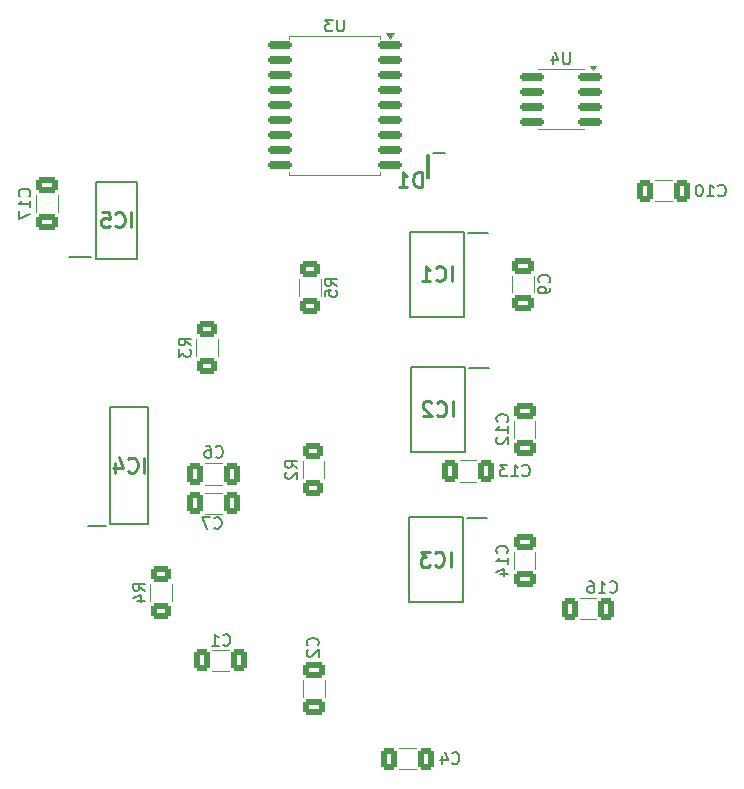
<source format=gbr>
%TF.GenerationSoftware,KiCad,Pcbnew,8.0.1-rc1*%
%TF.CreationDate,2024-11-21T18:28:05-08:00*%
%TF.ProjectId,AMS - CANBus Sensor - Temperature - RTD,414d5320-2d20-4434-914e-427573205365,rev?*%
%TF.SameCoordinates,Original*%
%TF.FileFunction,Legend,Bot*%
%TF.FilePolarity,Positive*%
%FSLAX46Y46*%
G04 Gerber Fmt 4.6, Leading zero omitted, Abs format (unit mm)*
G04 Created by KiCad (PCBNEW 8.0.1-rc1) date 2024-11-21 18:28:05*
%MOMM*%
%LPD*%
G01*
G04 APERTURE LIST*
G04 Aperture macros list*
%AMRoundRect*
0 Rectangle with rounded corners*
0 $1 Rounding radius*
0 $2 $3 $4 $5 $6 $7 $8 $9 X,Y pos of 4 corners*
0 Add a 4 corners polygon primitive as box body*
4,1,4,$2,$3,$4,$5,$6,$7,$8,$9,$2,$3,0*
0 Add four circle primitives for the rounded corners*
1,1,$1+$1,$2,$3*
1,1,$1+$1,$4,$5*
1,1,$1+$1,$6,$7*
1,1,$1+$1,$8,$9*
0 Add four rect primitives between the rounded corners*
20,1,$1+$1,$2,$3,$4,$5,0*
20,1,$1+$1,$4,$5,$6,$7,0*
20,1,$1+$1,$6,$7,$8,$9,0*
20,1,$1+$1,$8,$9,$2,$3,0*%
G04 Aperture macros list end*
%ADD10C,0.150000*%
%ADD11C,0.254000*%
%ADD12C,0.120000*%
%ADD13C,0.200000*%
%ADD14RoundRect,0.250000X-0.412500X-0.650000X0.412500X-0.650000X0.412500X0.650000X-0.412500X0.650000X0*%
%ADD15C,2.400000*%
%ADD16R,1.500000X1.500000*%
%ADD17C,1.500000*%
%ADD18R,1.920000X1.920000*%
%ADD19C,1.920000*%
%ADD20R,1.850000X0.900000*%
%ADD21R,1.850000X3.200000*%
%ADD22R,1.525000X0.650000*%
%ADD23R,1.000000X0.550000*%
%ADD24C,1.600000*%
%ADD25O,1.600000X1.600000*%
%ADD26R,2.200000X2.200000*%
%ADD27C,2.200000*%
%ADD28R,1.700000X1.700000*%
%ADD29O,1.700000X1.700000*%
%ADD30R,1.600000X1.600000*%
%ADD31RoundRect,0.250000X0.650000X-0.412500X0.650000X0.412500X-0.650000X0.412500X-0.650000X-0.412500X0*%
%ADD32RoundRect,0.250000X-0.650000X0.412500X-0.650000X-0.412500X0.650000X-0.412500X0.650000X0.412500X0*%
%ADD33RoundRect,0.150000X0.825000X0.150000X-0.825000X0.150000X-0.825000X-0.150000X0.825000X-0.150000X0*%
%ADD34R,1.705000X0.450000*%
%ADD35RoundRect,0.250000X-0.625000X0.400000X-0.625000X-0.400000X0.625000X-0.400000X0.625000X0.400000X0*%
%ADD36RoundRect,0.250000X0.412500X0.650000X-0.412500X0.650000X-0.412500X-0.650000X0.412500X-0.650000X0*%
%ADD37RoundRect,0.150000X0.875000X0.150000X-0.875000X0.150000X-0.875000X-0.150000X0.875000X-0.150000X0*%
%ADD38RoundRect,0.250000X0.625000X-0.400000X0.625000X0.400000X-0.625000X0.400000X-0.625000X-0.400000X0*%
G04 APERTURE END LIST*
D10*
X179282758Y-77824746D02*
X179330377Y-77872366D01*
X179330377Y-77872366D02*
X179473234Y-77919985D01*
X179473234Y-77919985D02*
X179568472Y-77919985D01*
X179568472Y-77919985D02*
X179711329Y-77872366D01*
X179711329Y-77872366D02*
X179806567Y-77777127D01*
X179806567Y-77777127D02*
X179854186Y-77681889D01*
X179854186Y-77681889D02*
X179901805Y-77491413D01*
X179901805Y-77491413D02*
X179901805Y-77348556D01*
X179901805Y-77348556D02*
X179854186Y-77158080D01*
X179854186Y-77158080D02*
X179806567Y-77062842D01*
X179806567Y-77062842D02*
X179711329Y-76967604D01*
X179711329Y-76967604D02*
X179568472Y-76919985D01*
X179568472Y-76919985D02*
X179473234Y-76919985D01*
X179473234Y-76919985D02*
X179330377Y-76967604D01*
X179330377Y-76967604D02*
X179282758Y-77015223D01*
X178330377Y-77919985D02*
X178901805Y-77919985D01*
X178616091Y-77919985D02*
X178616091Y-76919985D01*
X178616091Y-76919985D02*
X178711329Y-77062842D01*
X178711329Y-77062842D02*
X178806567Y-77158080D01*
X178806567Y-77158080D02*
X178901805Y-77205699D01*
X177711329Y-76919985D02*
X177616091Y-76919985D01*
X177616091Y-76919985D02*
X177520853Y-76967604D01*
X177520853Y-76967604D02*
X177473234Y-77015223D01*
X177473234Y-77015223D02*
X177425615Y-77110461D01*
X177425615Y-77110461D02*
X177377996Y-77300937D01*
X177377996Y-77300937D02*
X177377996Y-77539032D01*
X177377996Y-77539032D02*
X177425615Y-77729508D01*
X177425615Y-77729508D02*
X177473234Y-77824746D01*
X177473234Y-77824746D02*
X177520853Y-77872366D01*
X177520853Y-77872366D02*
X177616091Y-77919985D01*
X177616091Y-77919985D02*
X177711329Y-77919985D01*
X177711329Y-77919985D02*
X177806567Y-77872366D01*
X177806567Y-77872366D02*
X177854186Y-77824746D01*
X177854186Y-77824746D02*
X177901805Y-77729508D01*
X177901805Y-77729508D02*
X177949424Y-77539032D01*
X177949424Y-77539032D02*
X177949424Y-77300937D01*
X177949424Y-77300937D02*
X177901805Y-77110461D01*
X177901805Y-77110461D02*
X177854186Y-77015223D01*
X177854186Y-77015223D02*
X177806567Y-76967604D01*
X177806567Y-76967604D02*
X177711329Y-76919985D01*
D11*
X129567062Y-80512818D02*
X129567062Y-79242818D01*
X128236585Y-80391865D02*
X128297061Y-80452342D01*
X128297061Y-80452342D02*
X128478490Y-80512818D01*
X128478490Y-80512818D02*
X128599442Y-80512818D01*
X128599442Y-80512818D02*
X128780871Y-80452342D01*
X128780871Y-80452342D02*
X128901823Y-80331389D01*
X128901823Y-80331389D02*
X128962300Y-80210437D01*
X128962300Y-80210437D02*
X129022776Y-79968532D01*
X129022776Y-79968532D02*
X129022776Y-79787103D01*
X129022776Y-79787103D02*
X128962300Y-79545199D01*
X128962300Y-79545199D02*
X128901823Y-79424246D01*
X128901823Y-79424246D02*
X128780871Y-79303294D01*
X128780871Y-79303294D02*
X128599442Y-79242818D01*
X128599442Y-79242818D02*
X128478490Y-79242818D01*
X128478490Y-79242818D02*
X128297061Y-79303294D01*
X128297061Y-79303294D02*
X128236585Y-79363770D01*
X127087538Y-79242818D02*
X127692300Y-79242818D01*
X127692300Y-79242818D02*
X127752776Y-79847580D01*
X127752776Y-79847580D02*
X127692300Y-79787103D01*
X127692300Y-79787103D02*
X127571347Y-79726627D01*
X127571347Y-79726627D02*
X127268966Y-79726627D01*
X127268966Y-79726627D02*
X127148014Y-79787103D01*
X127148014Y-79787103D02*
X127087538Y-79847580D01*
X127087538Y-79847580D02*
X127027061Y-79968532D01*
X127027061Y-79968532D02*
X127027061Y-80270913D01*
X127027061Y-80270913D02*
X127087538Y-80391865D01*
X127087538Y-80391865D02*
X127148014Y-80452342D01*
X127148014Y-80452342D02*
X127268966Y-80512818D01*
X127268966Y-80512818D02*
X127571347Y-80512818D01*
X127571347Y-80512818D02*
X127692300Y-80452342D01*
X127692300Y-80452342D02*
X127752776Y-80391865D01*
X130653762Y-101292918D02*
X130653762Y-100022918D01*
X129323285Y-101171965D02*
X129383761Y-101232442D01*
X129383761Y-101232442D02*
X129565190Y-101292918D01*
X129565190Y-101292918D02*
X129686142Y-101292918D01*
X129686142Y-101292918D02*
X129867571Y-101232442D01*
X129867571Y-101232442D02*
X129988523Y-101111489D01*
X129988523Y-101111489D02*
X130049000Y-100990537D01*
X130049000Y-100990537D02*
X130109476Y-100748632D01*
X130109476Y-100748632D02*
X130109476Y-100567203D01*
X130109476Y-100567203D02*
X130049000Y-100325299D01*
X130049000Y-100325299D02*
X129988523Y-100204346D01*
X129988523Y-100204346D02*
X129867571Y-100083394D01*
X129867571Y-100083394D02*
X129686142Y-100022918D01*
X129686142Y-100022918D02*
X129565190Y-100022918D01*
X129565190Y-100022918D02*
X129383761Y-100083394D01*
X129383761Y-100083394D02*
X129323285Y-100143870D01*
X128234714Y-100446251D02*
X128234714Y-101292918D01*
X128537095Y-99962442D02*
X128839476Y-100869584D01*
X128839476Y-100869584D02*
X128053285Y-100869584D01*
X154155818Y-77130715D02*
X154155818Y-75860715D01*
X154155818Y-75860715D02*
X153853437Y-75860715D01*
X153853437Y-75860715D02*
X153672008Y-75921191D01*
X153672008Y-75921191D02*
X153551056Y-76042143D01*
X153551056Y-76042143D02*
X153490579Y-76163096D01*
X153490579Y-76163096D02*
X153430103Y-76405000D01*
X153430103Y-76405000D02*
X153430103Y-76586429D01*
X153430103Y-76586429D02*
X153490579Y-76828334D01*
X153490579Y-76828334D02*
X153551056Y-76949286D01*
X153551056Y-76949286D02*
X153672008Y-77070239D01*
X153672008Y-77070239D02*
X153853437Y-77130715D01*
X153853437Y-77130715D02*
X154155818Y-77130715D01*
X152220579Y-77130715D02*
X152946294Y-77130715D01*
X152583437Y-77130715D02*
X152583437Y-75860715D01*
X152583437Y-75860715D02*
X152704389Y-76042143D01*
X152704389Y-76042143D02*
X152825341Y-76163096D01*
X152825341Y-76163096D02*
X152946294Y-76223572D01*
D10*
X120942020Y-77892509D02*
X120989640Y-77844890D01*
X120989640Y-77844890D02*
X121037259Y-77702033D01*
X121037259Y-77702033D02*
X121037259Y-77606795D01*
X121037259Y-77606795D02*
X120989640Y-77463938D01*
X120989640Y-77463938D02*
X120894401Y-77368700D01*
X120894401Y-77368700D02*
X120799163Y-77321081D01*
X120799163Y-77321081D02*
X120608687Y-77273462D01*
X120608687Y-77273462D02*
X120465830Y-77273462D01*
X120465830Y-77273462D02*
X120275354Y-77321081D01*
X120275354Y-77321081D02*
X120180116Y-77368700D01*
X120180116Y-77368700D02*
X120084878Y-77463938D01*
X120084878Y-77463938D02*
X120037259Y-77606795D01*
X120037259Y-77606795D02*
X120037259Y-77702033D01*
X120037259Y-77702033D02*
X120084878Y-77844890D01*
X120084878Y-77844890D02*
X120132497Y-77892509D01*
X121037259Y-78844890D02*
X121037259Y-78273462D01*
X121037259Y-78559176D02*
X120037259Y-78559176D01*
X120037259Y-78559176D02*
X120180116Y-78463938D01*
X120180116Y-78463938D02*
X120275354Y-78368700D01*
X120275354Y-78368700D02*
X120322973Y-78273462D01*
X120037259Y-79178224D02*
X120037259Y-79844890D01*
X120037259Y-79844890D02*
X121037259Y-79416319D01*
X145344963Y-115928379D02*
X145392583Y-115880760D01*
X145392583Y-115880760D02*
X145440202Y-115737903D01*
X145440202Y-115737903D02*
X145440202Y-115642665D01*
X145440202Y-115642665D02*
X145392583Y-115499808D01*
X145392583Y-115499808D02*
X145297344Y-115404570D01*
X145297344Y-115404570D02*
X145202106Y-115356951D01*
X145202106Y-115356951D02*
X145011630Y-115309332D01*
X145011630Y-115309332D02*
X144868773Y-115309332D01*
X144868773Y-115309332D02*
X144678297Y-115356951D01*
X144678297Y-115356951D02*
X144583059Y-115404570D01*
X144583059Y-115404570D02*
X144487821Y-115499808D01*
X144487821Y-115499808D02*
X144440202Y-115642665D01*
X144440202Y-115642665D02*
X144440202Y-115737903D01*
X144440202Y-115737903D02*
X144487821Y-115880760D01*
X144487821Y-115880760D02*
X144535440Y-115928379D01*
X144535440Y-116309332D02*
X144487821Y-116356951D01*
X144487821Y-116356951D02*
X144440202Y-116452189D01*
X144440202Y-116452189D02*
X144440202Y-116690284D01*
X144440202Y-116690284D02*
X144487821Y-116785522D01*
X144487821Y-116785522D02*
X144535440Y-116833141D01*
X144535440Y-116833141D02*
X144630678Y-116880760D01*
X144630678Y-116880760D02*
X144725916Y-116880760D01*
X144725916Y-116880760D02*
X144868773Y-116833141D01*
X144868773Y-116833141D02*
X145440202Y-116261713D01*
X145440202Y-116261713D02*
X145440202Y-116880760D01*
X166716704Y-65728819D02*
X166716704Y-66538342D01*
X166716704Y-66538342D02*
X166669085Y-66633580D01*
X166669085Y-66633580D02*
X166621466Y-66681200D01*
X166621466Y-66681200D02*
X166526228Y-66728819D01*
X166526228Y-66728819D02*
X166335752Y-66728819D01*
X166335752Y-66728819D02*
X166240514Y-66681200D01*
X166240514Y-66681200D02*
X166192895Y-66633580D01*
X166192895Y-66633580D02*
X166145276Y-66538342D01*
X166145276Y-66538342D02*
X166145276Y-65728819D01*
X165240514Y-66062152D02*
X165240514Y-66728819D01*
X165478609Y-65681200D02*
X165716704Y-66395485D01*
X165716704Y-66395485D02*
X165097657Y-66395485D01*
D11*
X156794562Y-96541018D02*
X156794562Y-95271018D01*
X155464085Y-96420065D02*
X155524561Y-96480542D01*
X155524561Y-96480542D02*
X155705990Y-96541018D01*
X155705990Y-96541018D02*
X155826942Y-96541018D01*
X155826942Y-96541018D02*
X156008371Y-96480542D01*
X156008371Y-96480542D02*
X156129323Y-96359589D01*
X156129323Y-96359589D02*
X156189800Y-96238637D01*
X156189800Y-96238637D02*
X156250276Y-95996732D01*
X156250276Y-95996732D02*
X156250276Y-95815303D01*
X156250276Y-95815303D02*
X156189800Y-95573399D01*
X156189800Y-95573399D02*
X156129323Y-95452446D01*
X156129323Y-95452446D02*
X156008371Y-95331494D01*
X156008371Y-95331494D02*
X155826942Y-95271018D01*
X155826942Y-95271018D02*
X155705990Y-95271018D01*
X155705990Y-95271018D02*
X155524561Y-95331494D01*
X155524561Y-95331494D02*
X155464085Y-95391970D01*
X154980276Y-95391970D02*
X154919800Y-95331494D01*
X154919800Y-95331494D02*
X154798847Y-95271018D01*
X154798847Y-95271018D02*
X154496466Y-95271018D01*
X154496466Y-95271018D02*
X154375514Y-95331494D01*
X154375514Y-95331494D02*
X154315038Y-95391970D01*
X154315038Y-95391970D02*
X154254561Y-95512922D01*
X154254561Y-95512922D02*
X154254561Y-95633875D01*
X154254561Y-95633875D02*
X154315038Y-95815303D01*
X154315038Y-95815303D02*
X155040752Y-96541018D01*
X155040752Y-96541018D02*
X154254561Y-96541018D01*
D10*
X130731219Y-111295633D02*
X130255028Y-110962300D01*
X130731219Y-110724205D02*
X129731219Y-110724205D01*
X129731219Y-110724205D02*
X129731219Y-111105157D01*
X129731219Y-111105157D02*
X129778838Y-111200395D01*
X129778838Y-111200395D02*
X129826457Y-111248014D01*
X129826457Y-111248014D02*
X129921695Y-111295633D01*
X129921695Y-111295633D02*
X130064552Y-111295633D01*
X130064552Y-111295633D02*
X130159790Y-111248014D01*
X130159790Y-111248014D02*
X130207409Y-111200395D01*
X130207409Y-111200395D02*
X130255028Y-111105157D01*
X130255028Y-111105157D02*
X130255028Y-110724205D01*
X130064552Y-112152776D02*
X130731219Y-112152776D01*
X129683600Y-111914681D02*
X130397885Y-111676586D01*
X130397885Y-111676586D02*
X130397885Y-112295633D01*
X164939380Y-85168033D02*
X164987000Y-85120414D01*
X164987000Y-85120414D02*
X165034619Y-84977557D01*
X165034619Y-84977557D02*
X165034619Y-84882319D01*
X165034619Y-84882319D02*
X164987000Y-84739462D01*
X164987000Y-84739462D02*
X164891761Y-84644224D01*
X164891761Y-84644224D02*
X164796523Y-84596605D01*
X164796523Y-84596605D02*
X164606047Y-84548986D01*
X164606047Y-84548986D02*
X164463190Y-84548986D01*
X164463190Y-84548986D02*
X164272714Y-84596605D01*
X164272714Y-84596605D02*
X164177476Y-84644224D01*
X164177476Y-84644224D02*
X164082238Y-84739462D01*
X164082238Y-84739462D02*
X164034619Y-84882319D01*
X164034619Y-84882319D02*
X164034619Y-84977557D01*
X164034619Y-84977557D02*
X164082238Y-85120414D01*
X164082238Y-85120414D02*
X164129857Y-85168033D01*
X165034619Y-85644224D02*
X165034619Y-85834700D01*
X165034619Y-85834700D02*
X164987000Y-85929938D01*
X164987000Y-85929938D02*
X164939380Y-85977557D01*
X164939380Y-85977557D02*
X164796523Y-86072795D01*
X164796523Y-86072795D02*
X164606047Y-86120414D01*
X164606047Y-86120414D02*
X164225095Y-86120414D01*
X164225095Y-86120414D02*
X164129857Y-86072795D01*
X164129857Y-86072795D02*
X164082238Y-86025176D01*
X164082238Y-86025176D02*
X164034619Y-85929938D01*
X164034619Y-85929938D02*
X164034619Y-85739462D01*
X164034619Y-85739462D02*
X164082238Y-85644224D01*
X164082238Y-85644224D02*
X164129857Y-85596605D01*
X164129857Y-85596605D02*
X164225095Y-85548986D01*
X164225095Y-85548986D02*
X164463190Y-85548986D01*
X164463190Y-85548986D02*
X164558428Y-85596605D01*
X164558428Y-85596605D02*
X164606047Y-85644224D01*
X164606047Y-85644224D02*
X164653666Y-85739462D01*
X164653666Y-85739462D02*
X164653666Y-85929938D01*
X164653666Y-85929938D02*
X164606047Y-86025176D01*
X164606047Y-86025176D02*
X164558428Y-86072795D01*
X164558428Y-86072795D02*
X164463190Y-86120414D01*
X156742420Y-125889579D02*
X156790039Y-125937199D01*
X156790039Y-125937199D02*
X156932896Y-125984818D01*
X156932896Y-125984818D02*
X157028134Y-125984818D01*
X157028134Y-125984818D02*
X157170991Y-125937199D01*
X157170991Y-125937199D02*
X157266229Y-125841960D01*
X157266229Y-125841960D02*
X157313848Y-125746722D01*
X157313848Y-125746722D02*
X157361467Y-125556246D01*
X157361467Y-125556246D02*
X157361467Y-125413389D01*
X157361467Y-125413389D02*
X157313848Y-125222913D01*
X157313848Y-125222913D02*
X157266229Y-125127675D01*
X157266229Y-125127675D02*
X157170991Y-125032437D01*
X157170991Y-125032437D02*
X157028134Y-124984818D01*
X157028134Y-124984818D02*
X156932896Y-124984818D01*
X156932896Y-124984818D02*
X156790039Y-125032437D01*
X156790039Y-125032437D02*
X156742420Y-125080056D01*
X155885277Y-125318151D02*
X155885277Y-125984818D01*
X156123372Y-124937199D02*
X156361467Y-125651484D01*
X156361467Y-125651484D02*
X155742420Y-125651484D01*
X147567004Y-62941819D02*
X147567004Y-63751342D01*
X147567004Y-63751342D02*
X147519385Y-63846580D01*
X147519385Y-63846580D02*
X147471766Y-63894200D01*
X147471766Y-63894200D02*
X147376528Y-63941819D01*
X147376528Y-63941819D02*
X147186052Y-63941819D01*
X147186052Y-63941819D02*
X147090814Y-63894200D01*
X147090814Y-63894200D02*
X147043195Y-63846580D01*
X147043195Y-63846580D02*
X146995576Y-63751342D01*
X146995576Y-63751342D02*
X146995576Y-62941819D01*
X146614623Y-62941819D02*
X145995576Y-62941819D01*
X145995576Y-62941819D02*
X146328909Y-63322771D01*
X146328909Y-63322771D02*
X146186052Y-63322771D01*
X146186052Y-63322771D02*
X146090814Y-63370390D01*
X146090814Y-63370390D02*
X146043195Y-63418009D01*
X146043195Y-63418009D02*
X145995576Y-63513247D01*
X145995576Y-63513247D02*
X145995576Y-63751342D01*
X145995576Y-63751342D02*
X146043195Y-63846580D01*
X146043195Y-63846580D02*
X146090814Y-63894200D01*
X146090814Y-63894200D02*
X146186052Y-63941819D01*
X146186052Y-63941819D02*
X146471766Y-63941819D01*
X146471766Y-63941819D02*
X146567004Y-63894200D01*
X146567004Y-63894200D02*
X146614623Y-63846580D01*
X146977819Y-85480133D02*
X146501628Y-85146800D01*
X146977819Y-84908705D02*
X145977819Y-84908705D01*
X145977819Y-84908705D02*
X145977819Y-85289657D01*
X145977819Y-85289657D02*
X146025438Y-85384895D01*
X146025438Y-85384895D02*
X146073057Y-85432514D01*
X146073057Y-85432514D02*
X146168295Y-85480133D01*
X146168295Y-85480133D02*
X146311152Y-85480133D01*
X146311152Y-85480133D02*
X146406390Y-85432514D01*
X146406390Y-85432514D02*
X146454009Y-85384895D01*
X146454009Y-85384895D02*
X146501628Y-85289657D01*
X146501628Y-85289657D02*
X146501628Y-84908705D01*
X145977819Y-86384895D02*
X145977819Y-85908705D01*
X145977819Y-85908705D02*
X146454009Y-85861086D01*
X146454009Y-85861086D02*
X146406390Y-85908705D01*
X146406390Y-85908705D02*
X146358771Y-86003943D01*
X146358771Y-86003943D02*
X146358771Y-86242038D01*
X146358771Y-86242038D02*
X146406390Y-86337276D01*
X146406390Y-86337276D02*
X146454009Y-86384895D01*
X146454009Y-86384895D02*
X146549247Y-86432514D01*
X146549247Y-86432514D02*
X146787342Y-86432514D01*
X146787342Y-86432514D02*
X146882580Y-86384895D01*
X146882580Y-86384895D02*
X146930200Y-86337276D01*
X146930200Y-86337276D02*
X146977819Y-86242038D01*
X146977819Y-86242038D02*
X146977819Y-86003943D01*
X146977819Y-86003943D02*
X146930200Y-85908705D01*
X146930200Y-85908705D02*
X146882580Y-85861086D01*
X134607819Y-90532033D02*
X134131628Y-90198700D01*
X134607819Y-89960605D02*
X133607819Y-89960605D01*
X133607819Y-89960605D02*
X133607819Y-90341557D01*
X133607819Y-90341557D02*
X133655438Y-90436795D01*
X133655438Y-90436795D02*
X133703057Y-90484414D01*
X133703057Y-90484414D02*
X133798295Y-90532033D01*
X133798295Y-90532033D02*
X133941152Y-90532033D01*
X133941152Y-90532033D02*
X134036390Y-90484414D01*
X134036390Y-90484414D02*
X134084009Y-90436795D01*
X134084009Y-90436795D02*
X134131628Y-90341557D01*
X134131628Y-90341557D02*
X134131628Y-89960605D01*
X133607819Y-90865367D02*
X133607819Y-91484414D01*
X133607819Y-91484414D02*
X133988771Y-91151081D01*
X133988771Y-91151081D02*
X133988771Y-91293938D01*
X133988771Y-91293938D02*
X134036390Y-91389176D01*
X134036390Y-91389176D02*
X134084009Y-91436795D01*
X134084009Y-91436795D02*
X134179247Y-91484414D01*
X134179247Y-91484414D02*
X134417342Y-91484414D01*
X134417342Y-91484414D02*
X134512580Y-91436795D01*
X134512580Y-91436795D02*
X134560200Y-91389176D01*
X134560200Y-91389176D02*
X134607819Y-91293938D01*
X134607819Y-91293938D02*
X134607819Y-91008224D01*
X134607819Y-91008224D02*
X134560200Y-90912986D01*
X134560200Y-90912986D02*
X134512580Y-90865367D01*
D11*
X156603762Y-109250118D02*
X156603762Y-107980118D01*
X155273285Y-109129165D02*
X155333761Y-109189642D01*
X155333761Y-109189642D02*
X155515190Y-109250118D01*
X155515190Y-109250118D02*
X155636142Y-109250118D01*
X155636142Y-109250118D02*
X155817571Y-109189642D01*
X155817571Y-109189642D02*
X155938523Y-109068689D01*
X155938523Y-109068689D02*
X155999000Y-108947737D01*
X155999000Y-108947737D02*
X156059476Y-108705832D01*
X156059476Y-108705832D02*
X156059476Y-108524403D01*
X156059476Y-108524403D02*
X155999000Y-108282499D01*
X155999000Y-108282499D02*
X155938523Y-108161546D01*
X155938523Y-108161546D02*
X155817571Y-108040594D01*
X155817571Y-108040594D02*
X155636142Y-107980118D01*
X155636142Y-107980118D02*
X155515190Y-107980118D01*
X155515190Y-107980118D02*
X155333761Y-108040594D01*
X155333761Y-108040594D02*
X155273285Y-108101070D01*
X154849952Y-107980118D02*
X154063761Y-107980118D01*
X154063761Y-107980118D02*
X154487095Y-108463927D01*
X154487095Y-108463927D02*
X154305666Y-108463927D01*
X154305666Y-108463927D02*
X154184714Y-108524403D01*
X154184714Y-108524403D02*
X154124238Y-108584880D01*
X154124238Y-108584880D02*
X154063761Y-108705832D01*
X154063761Y-108705832D02*
X154063761Y-109008213D01*
X154063761Y-109008213D02*
X154124238Y-109129165D01*
X154124238Y-109129165D02*
X154184714Y-109189642D01*
X154184714Y-109189642D02*
X154305666Y-109250118D01*
X154305666Y-109250118D02*
X154668523Y-109250118D01*
X154668523Y-109250118D02*
X154789476Y-109189642D01*
X154789476Y-109189642D02*
X154849952Y-109129165D01*
D10*
X137354254Y-115871040D02*
X137401873Y-115918660D01*
X137401873Y-115918660D02*
X137544730Y-115966279D01*
X137544730Y-115966279D02*
X137639968Y-115966279D01*
X137639968Y-115966279D02*
X137782825Y-115918660D01*
X137782825Y-115918660D02*
X137878063Y-115823421D01*
X137878063Y-115823421D02*
X137925682Y-115728183D01*
X137925682Y-115728183D02*
X137973301Y-115537707D01*
X137973301Y-115537707D02*
X137973301Y-115394850D01*
X137973301Y-115394850D02*
X137925682Y-115204374D01*
X137925682Y-115204374D02*
X137878063Y-115109136D01*
X137878063Y-115109136D02*
X137782825Y-115013898D01*
X137782825Y-115013898D02*
X137639968Y-114966279D01*
X137639968Y-114966279D02*
X137544730Y-114966279D01*
X137544730Y-114966279D02*
X137401873Y-115013898D01*
X137401873Y-115013898D02*
X137354254Y-115061517D01*
X136401873Y-115966279D02*
X136973301Y-115966279D01*
X136687587Y-115966279D02*
X136687587Y-114966279D01*
X136687587Y-114966279D02*
X136782825Y-115109136D01*
X136782825Y-115109136D02*
X136878063Y-115204374D01*
X136878063Y-115204374D02*
X136973301Y-115251993D01*
X143630419Y-100892333D02*
X143154228Y-100559000D01*
X143630419Y-100320905D02*
X142630419Y-100320905D01*
X142630419Y-100320905D02*
X142630419Y-100701857D01*
X142630419Y-100701857D02*
X142678038Y-100797095D01*
X142678038Y-100797095D02*
X142725657Y-100844714D01*
X142725657Y-100844714D02*
X142820895Y-100892333D01*
X142820895Y-100892333D02*
X142963752Y-100892333D01*
X142963752Y-100892333D02*
X143058990Y-100844714D01*
X143058990Y-100844714D02*
X143106609Y-100797095D01*
X143106609Y-100797095D02*
X143154228Y-100701857D01*
X143154228Y-100701857D02*
X143154228Y-100320905D01*
X142725657Y-101273286D02*
X142678038Y-101320905D01*
X142678038Y-101320905D02*
X142630419Y-101416143D01*
X142630419Y-101416143D02*
X142630419Y-101654238D01*
X142630419Y-101654238D02*
X142678038Y-101749476D01*
X142678038Y-101749476D02*
X142725657Y-101797095D01*
X142725657Y-101797095D02*
X142820895Y-101844714D01*
X142820895Y-101844714D02*
X142916133Y-101844714D01*
X142916133Y-101844714D02*
X143058990Y-101797095D01*
X143058990Y-101797095D02*
X143630419Y-101225667D01*
X143630419Y-101225667D02*
X143630419Y-101844714D01*
D11*
X156702762Y-85090518D02*
X156702762Y-83820518D01*
X155372285Y-84969565D02*
X155432761Y-85030042D01*
X155432761Y-85030042D02*
X155614190Y-85090518D01*
X155614190Y-85090518D02*
X155735142Y-85090518D01*
X155735142Y-85090518D02*
X155916571Y-85030042D01*
X155916571Y-85030042D02*
X156037523Y-84909089D01*
X156037523Y-84909089D02*
X156098000Y-84788137D01*
X156098000Y-84788137D02*
X156158476Y-84546232D01*
X156158476Y-84546232D02*
X156158476Y-84364803D01*
X156158476Y-84364803D02*
X156098000Y-84122899D01*
X156098000Y-84122899D02*
X156037523Y-84001946D01*
X156037523Y-84001946D02*
X155916571Y-83880994D01*
X155916571Y-83880994D02*
X155735142Y-83820518D01*
X155735142Y-83820518D02*
X155614190Y-83820518D01*
X155614190Y-83820518D02*
X155432761Y-83880994D01*
X155432761Y-83880994D02*
X155372285Y-83941470D01*
X154162761Y-85090518D02*
X154888476Y-85090518D01*
X154525619Y-85090518D02*
X154525619Y-83820518D01*
X154525619Y-83820518D02*
X154646571Y-84001946D01*
X154646571Y-84001946D02*
X154767523Y-84122899D01*
X154767523Y-84122899D02*
X154888476Y-84183375D01*
D10*
X161399280Y-96985742D02*
X161446900Y-96938123D01*
X161446900Y-96938123D02*
X161494519Y-96795266D01*
X161494519Y-96795266D02*
X161494519Y-96700028D01*
X161494519Y-96700028D02*
X161446900Y-96557171D01*
X161446900Y-96557171D02*
X161351661Y-96461933D01*
X161351661Y-96461933D02*
X161256423Y-96414314D01*
X161256423Y-96414314D02*
X161065947Y-96366695D01*
X161065947Y-96366695D02*
X160923090Y-96366695D01*
X160923090Y-96366695D02*
X160732614Y-96414314D01*
X160732614Y-96414314D02*
X160637376Y-96461933D01*
X160637376Y-96461933D02*
X160542138Y-96557171D01*
X160542138Y-96557171D02*
X160494519Y-96700028D01*
X160494519Y-96700028D02*
X160494519Y-96795266D01*
X160494519Y-96795266D02*
X160542138Y-96938123D01*
X160542138Y-96938123D02*
X160589757Y-96985742D01*
X161494519Y-97938123D02*
X161494519Y-97366695D01*
X161494519Y-97652409D02*
X160494519Y-97652409D01*
X160494519Y-97652409D02*
X160637376Y-97557171D01*
X160637376Y-97557171D02*
X160732614Y-97461933D01*
X160732614Y-97461933D02*
X160780233Y-97366695D01*
X160589757Y-98319076D02*
X160542138Y-98366695D01*
X160542138Y-98366695D02*
X160494519Y-98461933D01*
X160494519Y-98461933D02*
X160494519Y-98700028D01*
X160494519Y-98700028D02*
X160542138Y-98795266D01*
X160542138Y-98795266D02*
X160589757Y-98842885D01*
X160589757Y-98842885D02*
X160684995Y-98890504D01*
X160684995Y-98890504D02*
X160780233Y-98890504D01*
X160780233Y-98890504D02*
X160923090Y-98842885D01*
X160923090Y-98842885D02*
X161494519Y-98271457D01*
X161494519Y-98271457D02*
X161494519Y-98890504D01*
X136596138Y-105960347D02*
X136643757Y-106007967D01*
X136643757Y-106007967D02*
X136786614Y-106055586D01*
X136786614Y-106055586D02*
X136881852Y-106055586D01*
X136881852Y-106055586D02*
X137024709Y-106007967D01*
X137024709Y-106007967D02*
X137119947Y-105912728D01*
X137119947Y-105912728D02*
X137167566Y-105817490D01*
X137167566Y-105817490D02*
X137215185Y-105627014D01*
X137215185Y-105627014D02*
X137215185Y-105484157D01*
X137215185Y-105484157D02*
X137167566Y-105293681D01*
X137167566Y-105293681D02*
X137119947Y-105198443D01*
X137119947Y-105198443D02*
X137024709Y-105103205D01*
X137024709Y-105103205D02*
X136881852Y-105055586D01*
X136881852Y-105055586D02*
X136786614Y-105055586D01*
X136786614Y-105055586D02*
X136643757Y-105103205D01*
X136643757Y-105103205D02*
X136596138Y-105150824D01*
X136262804Y-105055586D02*
X135596138Y-105055586D01*
X135596138Y-105055586D02*
X136024709Y-106055586D01*
X162689934Y-101530987D02*
X162737553Y-101578607D01*
X162737553Y-101578607D02*
X162880410Y-101626226D01*
X162880410Y-101626226D02*
X162975648Y-101626226D01*
X162975648Y-101626226D02*
X163118505Y-101578607D01*
X163118505Y-101578607D02*
X163213743Y-101483368D01*
X163213743Y-101483368D02*
X163261362Y-101388130D01*
X163261362Y-101388130D02*
X163308981Y-101197654D01*
X163308981Y-101197654D02*
X163308981Y-101054797D01*
X163308981Y-101054797D02*
X163261362Y-100864321D01*
X163261362Y-100864321D02*
X163213743Y-100769083D01*
X163213743Y-100769083D02*
X163118505Y-100673845D01*
X163118505Y-100673845D02*
X162975648Y-100626226D01*
X162975648Y-100626226D02*
X162880410Y-100626226D01*
X162880410Y-100626226D02*
X162737553Y-100673845D01*
X162737553Y-100673845D02*
X162689934Y-100721464D01*
X161737553Y-101626226D02*
X162308981Y-101626226D01*
X162023267Y-101626226D02*
X162023267Y-100626226D01*
X162023267Y-100626226D02*
X162118505Y-100769083D01*
X162118505Y-100769083D02*
X162213743Y-100864321D01*
X162213743Y-100864321D02*
X162308981Y-100911940D01*
X161404219Y-100626226D02*
X160785172Y-100626226D01*
X160785172Y-100626226D02*
X161118505Y-101007178D01*
X161118505Y-101007178D02*
X160975648Y-101007178D01*
X160975648Y-101007178D02*
X160880410Y-101054797D01*
X160880410Y-101054797D02*
X160832791Y-101102416D01*
X160832791Y-101102416D02*
X160785172Y-101197654D01*
X160785172Y-101197654D02*
X160785172Y-101435749D01*
X160785172Y-101435749D02*
X160832791Y-101530987D01*
X160832791Y-101530987D02*
X160880410Y-101578607D01*
X160880410Y-101578607D02*
X160975648Y-101626226D01*
X160975648Y-101626226D02*
X161261362Y-101626226D01*
X161261362Y-101626226D02*
X161356600Y-101578607D01*
X161356600Y-101578607D02*
X161404219Y-101530987D01*
X136726566Y-99941180D02*
X136774185Y-99988800D01*
X136774185Y-99988800D02*
X136917042Y-100036419D01*
X136917042Y-100036419D02*
X137012280Y-100036419D01*
X137012280Y-100036419D02*
X137155137Y-99988800D01*
X137155137Y-99988800D02*
X137250375Y-99893561D01*
X137250375Y-99893561D02*
X137297994Y-99798323D01*
X137297994Y-99798323D02*
X137345613Y-99607847D01*
X137345613Y-99607847D02*
X137345613Y-99464990D01*
X137345613Y-99464990D02*
X137297994Y-99274514D01*
X137297994Y-99274514D02*
X137250375Y-99179276D01*
X137250375Y-99179276D02*
X137155137Y-99084038D01*
X137155137Y-99084038D02*
X137012280Y-99036419D01*
X137012280Y-99036419D02*
X136917042Y-99036419D01*
X136917042Y-99036419D02*
X136774185Y-99084038D01*
X136774185Y-99084038D02*
X136726566Y-99131657D01*
X135869423Y-99036419D02*
X136059899Y-99036419D01*
X136059899Y-99036419D02*
X136155137Y-99084038D01*
X136155137Y-99084038D02*
X136202756Y-99131657D01*
X136202756Y-99131657D02*
X136297994Y-99274514D01*
X136297994Y-99274514D02*
X136345613Y-99464990D01*
X136345613Y-99464990D02*
X136345613Y-99845942D01*
X136345613Y-99845942D02*
X136297994Y-99941180D01*
X136297994Y-99941180D02*
X136250375Y-99988800D01*
X136250375Y-99988800D02*
X136155137Y-100036419D01*
X136155137Y-100036419D02*
X135964661Y-100036419D01*
X135964661Y-100036419D02*
X135869423Y-99988800D01*
X135869423Y-99988800D02*
X135821804Y-99941180D01*
X135821804Y-99941180D02*
X135774185Y-99845942D01*
X135774185Y-99845942D02*
X135774185Y-99607847D01*
X135774185Y-99607847D02*
X135821804Y-99512609D01*
X135821804Y-99512609D02*
X135869423Y-99464990D01*
X135869423Y-99464990D02*
X135964661Y-99417371D01*
X135964661Y-99417371D02*
X136155137Y-99417371D01*
X136155137Y-99417371D02*
X136250375Y-99464990D01*
X136250375Y-99464990D02*
X136297994Y-99512609D01*
X136297994Y-99512609D02*
X136345613Y-99607847D01*
X161378680Y-108109542D02*
X161426300Y-108061923D01*
X161426300Y-108061923D02*
X161473919Y-107919066D01*
X161473919Y-107919066D02*
X161473919Y-107823828D01*
X161473919Y-107823828D02*
X161426300Y-107680971D01*
X161426300Y-107680971D02*
X161331061Y-107585733D01*
X161331061Y-107585733D02*
X161235823Y-107538114D01*
X161235823Y-107538114D02*
X161045347Y-107490495D01*
X161045347Y-107490495D02*
X160902490Y-107490495D01*
X160902490Y-107490495D02*
X160712014Y-107538114D01*
X160712014Y-107538114D02*
X160616776Y-107585733D01*
X160616776Y-107585733D02*
X160521538Y-107680971D01*
X160521538Y-107680971D02*
X160473919Y-107823828D01*
X160473919Y-107823828D02*
X160473919Y-107919066D01*
X160473919Y-107919066D02*
X160521538Y-108061923D01*
X160521538Y-108061923D02*
X160569157Y-108109542D01*
X161473919Y-109061923D02*
X161473919Y-108490495D01*
X161473919Y-108776209D02*
X160473919Y-108776209D01*
X160473919Y-108776209D02*
X160616776Y-108680971D01*
X160616776Y-108680971D02*
X160712014Y-108585733D01*
X160712014Y-108585733D02*
X160759633Y-108490495D01*
X160807252Y-109919066D02*
X161473919Y-109919066D01*
X160426300Y-109680971D02*
X161140585Y-109442876D01*
X161140585Y-109442876D02*
X161140585Y-110061923D01*
X170098439Y-111402035D02*
X170146058Y-111449655D01*
X170146058Y-111449655D02*
X170288915Y-111497274D01*
X170288915Y-111497274D02*
X170384153Y-111497274D01*
X170384153Y-111497274D02*
X170527010Y-111449655D01*
X170527010Y-111449655D02*
X170622248Y-111354416D01*
X170622248Y-111354416D02*
X170669867Y-111259178D01*
X170669867Y-111259178D02*
X170717486Y-111068702D01*
X170717486Y-111068702D02*
X170717486Y-110925845D01*
X170717486Y-110925845D02*
X170669867Y-110735369D01*
X170669867Y-110735369D02*
X170622248Y-110640131D01*
X170622248Y-110640131D02*
X170527010Y-110544893D01*
X170527010Y-110544893D02*
X170384153Y-110497274D01*
X170384153Y-110497274D02*
X170288915Y-110497274D01*
X170288915Y-110497274D02*
X170146058Y-110544893D01*
X170146058Y-110544893D02*
X170098439Y-110592512D01*
X169146058Y-111497274D02*
X169717486Y-111497274D01*
X169431772Y-111497274D02*
X169431772Y-110497274D01*
X169431772Y-110497274D02*
X169527010Y-110640131D01*
X169527010Y-110640131D02*
X169622248Y-110735369D01*
X169622248Y-110735369D02*
X169717486Y-110782988D01*
X168288915Y-110497274D02*
X168479391Y-110497274D01*
X168479391Y-110497274D02*
X168574629Y-110544893D01*
X168574629Y-110544893D02*
X168622248Y-110592512D01*
X168622248Y-110592512D02*
X168717486Y-110735369D01*
X168717486Y-110735369D02*
X168765105Y-110925845D01*
X168765105Y-110925845D02*
X168765105Y-111306797D01*
X168765105Y-111306797D02*
X168717486Y-111402035D01*
X168717486Y-111402035D02*
X168669867Y-111449655D01*
X168669867Y-111449655D02*
X168574629Y-111497274D01*
X168574629Y-111497274D02*
X168384153Y-111497274D01*
X168384153Y-111497274D02*
X168288915Y-111449655D01*
X168288915Y-111449655D02*
X168241296Y-111402035D01*
X168241296Y-111402035D02*
X168193677Y-111306797D01*
X168193677Y-111306797D02*
X168193677Y-111068702D01*
X168193677Y-111068702D02*
X168241296Y-110973464D01*
X168241296Y-110973464D02*
X168288915Y-110925845D01*
X168288915Y-110925845D02*
X168384153Y-110878226D01*
X168384153Y-110878226D02*
X168574629Y-110878226D01*
X168574629Y-110878226D02*
X168669867Y-110925845D01*
X168669867Y-110925845D02*
X168717486Y-110973464D01*
X168717486Y-110973464D02*
X168765105Y-111068702D01*
D12*
%TO.C,C10*%
X175368303Y-78335242D02*
X173945799Y-78335242D01*
X175368303Y-76515242D02*
X173945799Y-76515242D01*
D13*
%TO.C,IC5*%
X130077300Y-83188500D02*
X126577300Y-83188500D01*
X130077300Y-76688500D02*
X130077300Y-83188500D01*
X126577300Y-76688500D02*
X130077300Y-76688500D01*
X126577300Y-83188500D02*
X126577300Y-76688500D01*
X126152300Y-83038500D02*
X124302300Y-83038500D01*
%TO.C,IC4*%
X131014000Y-105668600D02*
X127814000Y-105668600D01*
X131014000Y-95768600D02*
X131014000Y-105668600D01*
X127814000Y-95768600D02*
X131014000Y-95768600D01*
X127814000Y-105668600D02*
X127814000Y-95768600D01*
X127464000Y-105838600D02*
X125939000Y-105838600D01*
%TO.C,D1*%
X154605900Y-74394100D02*
X154805900Y-74394100D01*
X154605900Y-76394100D02*
X154605900Y-74394100D01*
X154805900Y-76394100D02*
X154605900Y-76394100D01*
X154805900Y-74394100D02*
X154805900Y-76394100D01*
X155155900Y-74219100D02*
X156155900Y-74219100D01*
D12*
%TO.C,C17*%
X121542500Y-77834348D02*
X121542500Y-79256852D01*
X123362500Y-77834348D02*
X123362500Y-79256852D01*
%TO.C,C2*%
X144136300Y-120311952D02*
X144136300Y-118889448D01*
X145956300Y-120311952D02*
X145956300Y-118889448D01*
%TO.C,U4*%
X164004800Y-67114000D02*
X165954800Y-67114000D01*
X164004800Y-72234000D02*
X165954800Y-72234000D01*
X167904800Y-67114000D02*
X165954800Y-67114000D01*
X167904800Y-72234000D02*
X165954800Y-72234000D01*
X168654800Y-67209000D02*
X168414800Y-66879000D01*
X168894800Y-66879000D01*
X168654800Y-67209000D01*
G36*
X168654800Y-67209000D02*
G01*
X168414800Y-66879000D01*
X168894800Y-66879000D01*
X168654800Y-67209000D01*
G37*
D13*
%TO.C,IC2*%
X153259800Y-92366700D02*
X157849800Y-92366700D01*
X153259800Y-99566700D02*
X153259800Y-92366700D01*
X157849800Y-92366700D02*
X157849800Y-99566700D01*
X157849800Y-99566700D02*
X153259800Y-99566700D01*
X158199800Y-92466700D02*
X159904800Y-92466700D01*
D12*
%TO.C,R4*%
X131186400Y-112189364D02*
X131186400Y-110735236D01*
X133006400Y-112189364D02*
X133006400Y-110735236D01*
%TO.C,C9*%
X161819800Y-84623448D02*
X161819800Y-86045952D01*
X163639800Y-84623448D02*
X163639800Y-86045952D01*
%TO.C,C4*%
X152269848Y-124616100D02*
X153692352Y-124616100D01*
X152269848Y-126436100D02*
X153692352Y-126436100D01*
%TO.C,U3*%
X142945100Y-64322000D02*
X146805100Y-64322000D01*
X142945100Y-64567000D02*
X142945100Y-64322000D01*
X142945100Y-75847000D02*
X142945100Y-76092000D01*
X142945100Y-76092000D02*
X146805100Y-76092000D01*
X150665100Y-64322000D02*
X146805100Y-64322000D01*
X150665100Y-64567000D02*
X150665100Y-64322000D01*
X150665100Y-75847000D02*
X150665100Y-76092000D01*
X150665100Y-76092000D02*
X146805100Y-76092000D01*
X151517600Y-64567000D02*
X151177600Y-64097000D01*
X151857600Y-64097000D01*
X151517600Y-64567000D01*
G36*
X151517600Y-64567000D02*
G01*
X151177600Y-64097000D01*
X151857600Y-64097000D01*
X151517600Y-64567000D01*
G37*
%TO.C,R5*%
X143793000Y-84919736D02*
X143793000Y-86373864D01*
X145613000Y-84919736D02*
X145613000Y-86373864D01*
%TO.C,R3*%
X135063000Y-91425764D02*
X135063000Y-89971636D01*
X136883000Y-91425764D02*
X136883000Y-89971636D01*
D13*
%TO.C,IC3*%
X153069000Y-105075800D02*
X157659000Y-105075800D01*
X153069000Y-112275800D02*
X153069000Y-105075800D01*
X157659000Y-105075800D02*
X157659000Y-112275800D01*
X157659000Y-112275800D02*
X153069000Y-112275800D01*
X158009000Y-105175800D02*
X159714000Y-105175800D01*
D12*
%TO.C,C1*%
X136443348Y-116289700D02*
X137865852Y-116289700D01*
X136443348Y-118109700D02*
X137865852Y-118109700D01*
%TO.C,R2*%
X144085600Y-101786064D02*
X144085600Y-100331936D01*
X145905600Y-101786064D02*
X145905600Y-100331936D01*
D13*
%TO.C,IC1*%
X153168000Y-80916200D02*
X157758000Y-80916200D01*
X153168000Y-88116200D02*
X153168000Y-80916200D01*
X157758000Y-80916200D02*
X157758000Y-88116200D01*
X157758000Y-88116200D02*
X153168000Y-88116200D01*
X158108000Y-81016200D02*
X159813000Y-81016200D01*
D12*
%TO.C,C12*%
X161979700Y-98339852D02*
X161979700Y-96917348D01*
X163799700Y-98339852D02*
X163799700Y-96917348D01*
%TO.C,C7*%
X135852348Y-102991500D02*
X137274852Y-102991500D01*
X135852348Y-104811500D02*
X137274852Y-104811500D01*
%TO.C,C13*%
X158794752Y-100265400D02*
X157372248Y-100265400D01*
X158794752Y-102085400D02*
X157372248Y-102085400D01*
%TO.C,C6*%
X135848648Y-100521600D02*
X137271152Y-100521600D01*
X135848648Y-102341600D02*
X137271152Y-102341600D01*
%TO.C,C14*%
X161959100Y-109463652D02*
X161959100Y-108041148D01*
X163779100Y-109463652D02*
X163779100Y-108041148D01*
%TO.C,C16*%
X167537348Y-111909400D02*
X168959852Y-111909400D01*
X167537348Y-113729400D02*
X168959852Y-113729400D01*
%TD*%
%LPC*%
D14*
%TO.C,C10*%
X176219551Y-77425242D03*
X173094551Y-77425242D03*
%TD*%
D15*
%TO.C,U5*%
X134999500Y-70018000D03*
X134999500Y-73418000D03*
X125079500Y-70018000D03*
X125079500Y-73418000D03*
%TD*%
D16*
%TO.C,Reset1*%
X135385300Y-113752500D03*
D17*
X128885300Y-113752500D03*
X135385300Y-109252500D03*
X128885300Y-109252500D03*
%TD*%
D18*
%TO.C,Q1*%
X136586000Y-84423600D03*
D19*
X136586000Y-81883600D03*
X136586000Y-79343600D03*
%TD*%
D20*
%TO.C,IC5*%
X125227300Y-82238500D03*
X125227300Y-79938500D03*
X125227300Y-77638500D03*
D21*
X131427300Y-79938500D03*
%TD*%
D22*
%TO.C,IC4*%
X126702000Y-105163600D03*
X126702000Y-103893600D03*
X126702000Y-102623600D03*
X126702000Y-101353600D03*
X126702000Y-100083600D03*
X126702000Y-98813600D03*
X126702000Y-97543600D03*
X126702000Y-96273600D03*
X132126000Y-96273600D03*
X132126000Y-97543600D03*
X132126000Y-98813600D03*
X132126000Y-100083600D03*
X132126000Y-101353600D03*
X132126000Y-102623600D03*
X132126000Y-103893600D03*
X132126000Y-105163600D03*
%TD*%
D23*
%TO.C,D1*%
X155655900Y-74744100D03*
X155655900Y-76044100D03*
X153755900Y-75394100D03*
%TD*%
D24*
%TO.C,R7*%
X139116100Y-58260700D03*
D25*
X141656100Y-58260700D03*
%TD*%
D26*
%TO.C,J1*%
X157148000Y-71872800D03*
D27*
X157148000Y-69332800D03*
X157148000Y-66792800D03*
X157148000Y-64252800D03*
%TD*%
D24*
%TO.C,NTC1*%
X135965600Y-94809500D03*
D25*
X135965600Y-97349500D03*
%TD*%
D28*
%TO.C,J3*%
X146767300Y-124094700D03*
D29*
X144227300Y-124094700D03*
X141687300Y-124094700D03*
X139147300Y-124094700D03*
X136607300Y-124094700D03*
X134067300Y-124094700D03*
%TD*%
D26*
%TO.C,J15*%
X170096300Y-95754700D03*
D27*
X170096300Y-93214700D03*
X170096300Y-90674700D03*
X170096300Y-88134700D03*
%TD*%
D24*
%TO.C,R6*%
X159962900Y-75582300D03*
D25*
X157422900Y-75582300D03*
%TD*%
D26*
%TO.C,J14*%
X170140100Y-83727200D03*
D27*
X170140100Y-81187200D03*
X170140100Y-78647200D03*
X170140100Y-76107200D03*
%TD*%
D26*
%TO.C,J16*%
X170157100Y-108131600D03*
D27*
X170157100Y-105591600D03*
X170157100Y-103051600D03*
X170157100Y-100511600D03*
%TD*%
D28*
%TO.C,Powerboard1*%
X130976300Y-92602600D03*
D29*
X130976300Y-90062600D03*
X130976300Y-87522600D03*
%TD*%
D30*
%TO.C,U2*%
X140929500Y-81761800D03*
D25*
X140929500Y-84301800D03*
X140929500Y-86841800D03*
X140929500Y-89381800D03*
X140929500Y-91921800D03*
X140929500Y-94461800D03*
X140929500Y-97001800D03*
X140929500Y-99541800D03*
X140929500Y-102081800D03*
X140929500Y-104621800D03*
X140929500Y-107161800D03*
X140929500Y-109701800D03*
X140929500Y-112241800D03*
X140929500Y-114781800D03*
X148549500Y-114781800D03*
X148549500Y-112241800D03*
X148549500Y-109701800D03*
X148549500Y-107161800D03*
X148549500Y-104621800D03*
X148549500Y-102081800D03*
X148549500Y-99541800D03*
X148549500Y-97001800D03*
X148549500Y-94461800D03*
X148549500Y-91921800D03*
X148549500Y-89381800D03*
X148549500Y-86841800D03*
X148549500Y-84301800D03*
X148549500Y-81761800D03*
%TD*%
D28*
%TO.C,J5*%
X139049600Y-61738500D03*
D29*
X141589600Y-61738500D03*
%TD*%
D17*
%TO.C,Y2*%
X155712100Y-119374400D03*
X150832100Y-119374400D03*
%TD*%
%TO.C,Y1*%
X135241300Y-119345300D03*
X140121300Y-119345300D03*
%TD*%
D31*
%TO.C,C17*%
X122452500Y-80108100D03*
X122452500Y-76983100D03*
%TD*%
D32*
%TO.C,C2*%
X145046300Y-118038200D03*
X145046300Y-121163200D03*
%TD*%
D33*
%TO.C,U4*%
X168429800Y-67769000D03*
X168429800Y-69039000D03*
X168429800Y-70309000D03*
X168429800Y-71579000D03*
X163479800Y-71579000D03*
X163479800Y-70309000D03*
X163479800Y-69039000D03*
X163479800Y-67769000D03*
%TD*%
D34*
%TO.C,IC2*%
X159052800Y-93041700D03*
X159052800Y-93691700D03*
X159052800Y-94341700D03*
X159052800Y-94991700D03*
X159052800Y-95641700D03*
X159052800Y-96291700D03*
X159052800Y-96941700D03*
X159052800Y-97591700D03*
X159052800Y-98241700D03*
X159052800Y-98891700D03*
X152056800Y-98891700D03*
X152056800Y-98241700D03*
X152056800Y-97591700D03*
X152056800Y-96941700D03*
X152056800Y-96291700D03*
X152056800Y-95641700D03*
X152056800Y-94991700D03*
X152056800Y-94341700D03*
X152056800Y-93691700D03*
X152056800Y-93041700D03*
%TD*%
D35*
%TO.C,R4*%
X132096400Y-109912300D03*
X132096400Y-113012300D03*
%TD*%
D31*
%TO.C,C9*%
X162729800Y-86897200D03*
X162729800Y-83772200D03*
%TD*%
D36*
%TO.C,C4*%
X154543600Y-125526100D03*
X151418600Y-125526100D03*
%TD*%
D37*
%TO.C,U3*%
X151455100Y-65127000D03*
X151455100Y-66397000D03*
X151455100Y-67667000D03*
X151455100Y-68937000D03*
X151455100Y-70207000D03*
X151455100Y-71477000D03*
X151455100Y-72747000D03*
X151455100Y-74017000D03*
X151455100Y-75287000D03*
X142155100Y-75287000D03*
X142155100Y-74017000D03*
X142155100Y-72747000D03*
X142155100Y-71477000D03*
X142155100Y-70207000D03*
X142155100Y-68937000D03*
X142155100Y-67667000D03*
X142155100Y-66397000D03*
X142155100Y-65127000D03*
%TD*%
D38*
%TO.C,R5*%
X144703000Y-87196800D03*
X144703000Y-84096800D03*
%TD*%
D35*
%TO.C,R3*%
X135973000Y-89148700D03*
X135973000Y-92248700D03*
%TD*%
D34*
%TO.C,IC3*%
X158862000Y-105750800D03*
X158862000Y-106400800D03*
X158862000Y-107050800D03*
X158862000Y-107700800D03*
X158862000Y-108350800D03*
X158862000Y-109000800D03*
X158862000Y-109650800D03*
X158862000Y-110300800D03*
X158862000Y-110950800D03*
X158862000Y-111600800D03*
X151866000Y-111600800D03*
X151866000Y-110950800D03*
X151866000Y-110300800D03*
X151866000Y-109650800D03*
X151866000Y-109000800D03*
X151866000Y-108350800D03*
X151866000Y-107700800D03*
X151866000Y-107050800D03*
X151866000Y-106400800D03*
X151866000Y-105750800D03*
%TD*%
D36*
%TO.C,C1*%
X138717100Y-117199700D03*
X135592100Y-117199700D03*
%TD*%
D35*
%TO.C,R2*%
X144995600Y-99509000D03*
X144995600Y-102609000D03*
%TD*%
D34*
%TO.C,IC1*%
X158961000Y-81591200D03*
X158961000Y-82241200D03*
X158961000Y-82891200D03*
X158961000Y-83541200D03*
X158961000Y-84191200D03*
X158961000Y-84841200D03*
X158961000Y-85491200D03*
X158961000Y-86141200D03*
X158961000Y-86791200D03*
X158961000Y-87441200D03*
X151965000Y-87441200D03*
X151965000Y-86791200D03*
X151965000Y-86141200D03*
X151965000Y-85491200D03*
X151965000Y-84841200D03*
X151965000Y-84191200D03*
X151965000Y-83541200D03*
X151965000Y-82891200D03*
X151965000Y-82241200D03*
X151965000Y-81591200D03*
%TD*%
D32*
%TO.C,C12*%
X162889700Y-96066100D03*
X162889700Y-99191100D03*
%TD*%
D36*
%TO.C,C7*%
X138126100Y-103901500D03*
X135001100Y-103901500D03*
%TD*%
D14*
%TO.C,C13*%
X156521000Y-101175400D03*
X159646000Y-101175400D03*
%TD*%
D36*
%TO.C,C6*%
X138122400Y-101431600D03*
X134997400Y-101431600D03*
%TD*%
D32*
%TO.C,C14*%
X162869100Y-107189900D03*
X162869100Y-110314900D03*
%TD*%
D36*
%TO.C,C16*%
X169811100Y-112819400D03*
X166686100Y-112819400D03*
%TD*%
%LPD*%
M02*

</source>
